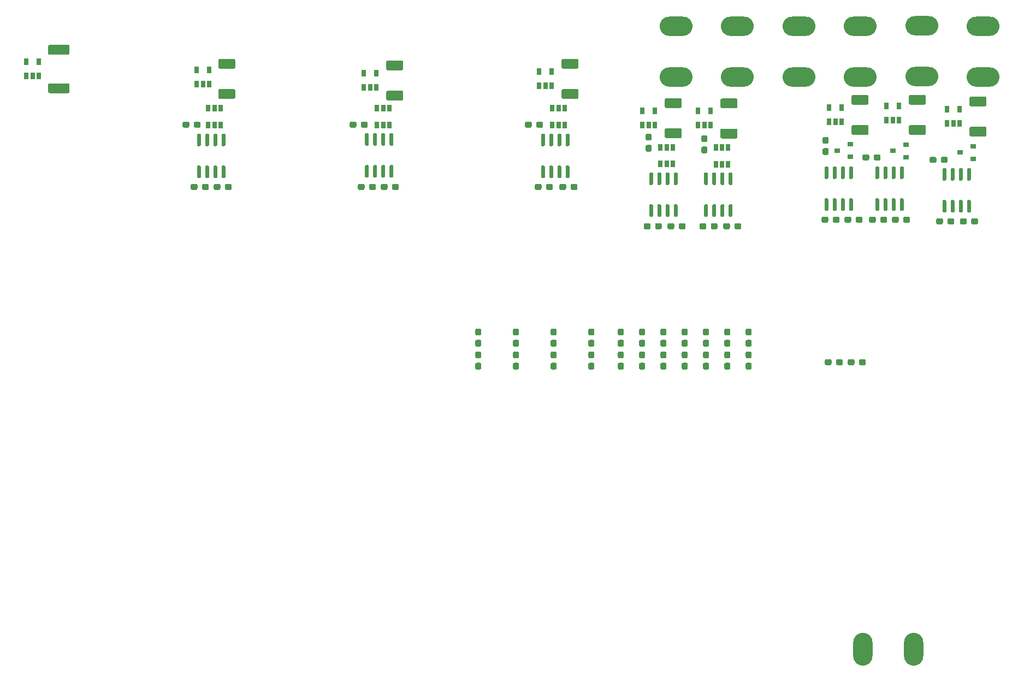
<source format=gbr>
%TF.GenerationSoftware,KiCad,Pcbnew,(5.1.6)-1*%
%TF.CreationDate,2022-03-17T22:35:52-05:00*%
%TF.ProjectId,2022_Rev2,32303232-5f52-4657-9632-2e6b69636164,rev?*%
%TF.SameCoordinates,Original*%
%TF.FileFunction,Paste,Top*%
%TF.FilePolarity,Positive*%
%FSLAX46Y46*%
G04 Gerber Fmt 4.6, Leading zero omitted, Abs format (unit mm)*
G04 Created by KiCad (PCBNEW (5.1.6)-1) date 2022-03-17 22:35:52*
%MOMM*%
%LPD*%
G01*
G04 APERTURE LIST*
%ADD10O,5.100000X3.000000*%
%ADD11R,0.650000X1.060000*%
%ADD12R,0.900000X0.800000*%
%ADD13R,0.700000X1.000000*%
%ADD14O,3.000000X5.100000*%
G04 APERTURE END LIST*
%TO.C,R36*%
G36*
G01*
X231707001Y-50749000D02*
X229556999Y-50749000D01*
G75*
G02*
X229307000Y-50499001I0J249999D01*
G01*
X229307000Y-49473999D01*
G75*
G02*
X229556999Y-49224000I249999J0D01*
G01*
X231707001Y-49224000D01*
G75*
G02*
X231957000Y-49473999I0J-249999D01*
G01*
X231957000Y-50499001D01*
G75*
G02*
X231707001Y-50749000I-249999J0D01*
G01*
G37*
G36*
G01*
X231707001Y-55424000D02*
X229556999Y-55424000D01*
G75*
G02*
X229307000Y-55174001I0J249999D01*
G01*
X229307000Y-54148999D01*
G75*
G02*
X229556999Y-53899000I249999J0D01*
G01*
X231707001Y-53899000D01*
G75*
G02*
X231957000Y-54148999I0J-249999D01*
G01*
X231957000Y-55174001D01*
G75*
G02*
X231707001Y-55424000I-249999J0D01*
G01*
G37*
%TD*%
%TO.C,R35*%
G36*
G01*
X184463001Y-51003000D02*
X182312999Y-51003000D01*
G75*
G02*
X182063000Y-50753001I0J249999D01*
G01*
X182063000Y-49727999D01*
G75*
G02*
X182312999Y-49478000I249999J0D01*
G01*
X184463001Y-49478000D01*
G75*
G02*
X184713000Y-49727999I0J-249999D01*
G01*
X184713000Y-50753001D01*
G75*
G02*
X184463001Y-51003000I-249999J0D01*
G01*
G37*
G36*
G01*
X184463001Y-55678000D02*
X182312999Y-55678000D01*
G75*
G02*
X182063000Y-55428001I0J249999D01*
G01*
X182063000Y-54402999D01*
G75*
G02*
X182312999Y-54153000I249999J0D01*
G01*
X184463001Y-54153000D01*
G75*
G02*
X184713000Y-54402999I0J-249999D01*
G01*
X184713000Y-55428001D01*
G75*
G02*
X184463001Y-55678000I-249999J0D01*
G01*
G37*
%TD*%
%TO.C,R34*%
G36*
G01*
X115248001Y-44907000D02*
X113097999Y-44907000D01*
G75*
G02*
X112848000Y-44657001I0J249999D01*
G01*
X112848000Y-43631999D01*
G75*
G02*
X113097999Y-43382000I249999J0D01*
G01*
X115248001Y-43382000D01*
G75*
G02*
X115498000Y-43631999I0J-249999D01*
G01*
X115498000Y-44657001D01*
G75*
G02*
X115248001Y-44907000I-249999J0D01*
G01*
G37*
G36*
G01*
X115248001Y-49582000D02*
X113097999Y-49582000D01*
G75*
G02*
X112848000Y-49332001I0J249999D01*
G01*
X112848000Y-48306999D01*
G75*
G02*
X113097999Y-48057000I249999J0D01*
G01*
X115248001Y-48057000D01*
G75*
G02*
X115498000Y-48306999I0J-249999D01*
G01*
X115498000Y-49332001D01*
G75*
G02*
X115248001Y-49582000I-249999J0D01*
G01*
G37*
%TD*%
%TO.C,R26*%
G36*
G01*
X193099001Y-51054500D02*
X190948999Y-51054500D01*
G75*
G02*
X190699000Y-50804501I0J249999D01*
G01*
X190699000Y-49779499D01*
G75*
G02*
X190948999Y-49529500I249999J0D01*
G01*
X193099001Y-49529500D01*
G75*
G02*
X193349000Y-49779499I0J-249999D01*
G01*
X193349000Y-50804501D01*
G75*
G02*
X193099001Y-51054500I-249999J0D01*
G01*
G37*
G36*
G01*
X193099001Y-55729500D02*
X190948999Y-55729500D01*
G75*
G02*
X190699000Y-55479501I0J249999D01*
G01*
X190699000Y-54454499D01*
G75*
G02*
X190948999Y-54204500I249999J0D01*
G01*
X193099001Y-54204500D01*
G75*
G02*
X193349000Y-54454499I0J-249999D01*
G01*
X193349000Y-55479501D01*
G75*
G02*
X193099001Y-55729500I-249999J0D01*
G01*
G37*
%TD*%
%TO.C,R23*%
G36*
G01*
X168461001Y-44907000D02*
X166310999Y-44907000D01*
G75*
G02*
X166061000Y-44657001I0J249999D01*
G01*
X166061000Y-43631999D01*
G75*
G02*
X166310999Y-43382000I249999J0D01*
G01*
X168461001Y-43382000D01*
G75*
G02*
X168711000Y-43631999I0J-249999D01*
G01*
X168711000Y-44657001D01*
G75*
G02*
X168461001Y-44907000I-249999J0D01*
G01*
G37*
G36*
G01*
X168461001Y-49582000D02*
X166310999Y-49582000D01*
G75*
G02*
X166061000Y-49332001I0J249999D01*
G01*
X166061000Y-48306999D01*
G75*
G02*
X166310999Y-48057000I249999J0D01*
G01*
X168461001Y-48057000D01*
G75*
G02*
X168711000Y-48306999I0J-249999D01*
G01*
X168711000Y-49332001D01*
G75*
G02*
X168461001Y-49582000I-249999J0D01*
G01*
G37*
%TD*%
%TO.C,R21*%
G36*
G01*
X213419001Y-50495000D02*
X211268999Y-50495000D01*
G75*
G02*
X211019000Y-50245001I0J249999D01*
G01*
X211019000Y-49219999D01*
G75*
G02*
X211268999Y-48970000I249999J0D01*
G01*
X213419001Y-48970000D01*
G75*
G02*
X213669000Y-49219999I0J-249999D01*
G01*
X213669000Y-50245001D01*
G75*
G02*
X213419001Y-50495000I-249999J0D01*
G01*
G37*
G36*
G01*
X213419001Y-55170000D02*
X211268999Y-55170000D01*
G75*
G02*
X211019000Y-54920001I0J249999D01*
G01*
X211019000Y-53894999D01*
G75*
G02*
X211268999Y-53645000I249999J0D01*
G01*
X213419001Y-53645000D01*
G75*
G02*
X213669000Y-53894999I0J-249999D01*
G01*
X213669000Y-54920001D01*
G75*
G02*
X213419001Y-55170000I-249999J0D01*
G01*
G37*
%TD*%
%TO.C,R18*%
G36*
G01*
X222309001Y-50495000D02*
X220158999Y-50495000D01*
G75*
G02*
X219909000Y-50245001I0J249999D01*
G01*
X219909000Y-49219999D01*
G75*
G02*
X220158999Y-48970000I249999J0D01*
G01*
X222309001Y-48970000D01*
G75*
G02*
X222559000Y-49219999I0J-249999D01*
G01*
X222559000Y-50245001D01*
G75*
G02*
X222309001Y-50495000I-249999J0D01*
G01*
G37*
G36*
G01*
X222309001Y-55170000D02*
X220158999Y-55170000D01*
G75*
G02*
X219909000Y-54920001I0J249999D01*
G01*
X219909000Y-53894999D01*
G75*
G02*
X220158999Y-53645000I249999J0D01*
G01*
X222309001Y-53645000D01*
G75*
G02*
X222559000Y-53894999I0J-249999D01*
G01*
X222559000Y-54920001D01*
G75*
G02*
X222309001Y-55170000I-249999J0D01*
G01*
G37*
%TD*%
%TO.C,R16*%
G36*
G01*
X141283001Y-45161000D02*
X139132999Y-45161000D01*
G75*
G02*
X138883000Y-44911001I0J249999D01*
G01*
X138883000Y-43885999D01*
G75*
G02*
X139132999Y-43636000I249999J0D01*
G01*
X141283001Y-43636000D01*
G75*
G02*
X141533000Y-43885999I0J-249999D01*
G01*
X141533000Y-44911001D01*
G75*
G02*
X141283001Y-45161000I-249999J0D01*
G01*
G37*
G36*
G01*
X141283001Y-49836000D02*
X139132999Y-49836000D01*
G75*
G02*
X138883000Y-49586001I0J249999D01*
G01*
X138883000Y-48560999D01*
G75*
G02*
X139132999Y-48311000I249999J0D01*
G01*
X141283001Y-48311000D01*
G75*
G02*
X141533000Y-48560999I0J-249999D01*
G01*
X141533000Y-49586001D01*
G75*
G02*
X141283001Y-49836000I-249999J0D01*
G01*
G37*
%TD*%
%TO.C,R2*%
G36*
G01*
X89563001Y-42733000D02*
X86712999Y-42733000D01*
G75*
G02*
X86463000Y-42483001I0J249999D01*
G01*
X86463000Y-41457999D01*
G75*
G02*
X86712999Y-41208000I249999J0D01*
G01*
X89563001Y-41208000D01*
G75*
G02*
X89813000Y-41457999I0J-249999D01*
G01*
X89813000Y-42483001D01*
G75*
G02*
X89563001Y-42733000I-249999J0D01*
G01*
G37*
G36*
G01*
X89563001Y-48708000D02*
X86712999Y-48708000D01*
G75*
G02*
X86463000Y-48458001I0J249999D01*
G01*
X86463000Y-47432999D01*
G75*
G02*
X86712999Y-47183000I249999J0D01*
G01*
X89563001Y-47183000D01*
G75*
G02*
X89813000Y-47432999I0J-249999D01*
G01*
X89813000Y-48458001D01*
G75*
G02*
X89563001Y-48708000I-249999J0D01*
G01*
G37*
%TD*%
D10*
%TO.C,Conn10*%
X231425000Y-38285000D03*
X231425000Y-46159000D03*
%TD*%
%TO.C,Conn5*%
X212375000Y-38285000D03*
X212375000Y-46159000D03*
%TD*%
%TO.C,Conn7*%
X193325000Y-38285000D03*
X193325000Y-46159000D03*
%TD*%
%TO.C,Conn8*%
X221900000Y-38278000D03*
X221900000Y-46152000D03*
%TD*%
%TO.C,Conn6*%
X183800000Y-38285000D03*
X183800000Y-46159000D03*
%TD*%
%TO.C,Conn11*%
X202850000Y-38285000D03*
X202850000Y-46159000D03*
%TD*%
D11*
%TO.C,U25*%
X225872000Y-51224000D03*
X227772000Y-51224000D03*
X227772000Y-53424000D03*
X226822000Y-53424000D03*
X225872000Y-53424000D03*
%TD*%
%TO.C,U24*%
X178628000Y-51478000D03*
X180528000Y-51478000D03*
X180528000Y-53678000D03*
X179578000Y-53678000D03*
X178628000Y-53678000D03*
%TD*%
%TO.C,U23*%
X109540000Y-45128000D03*
X111440000Y-45128000D03*
X111440000Y-47328000D03*
X110490000Y-47328000D03*
X109540000Y-47328000D03*
%TD*%
%TO.C,U22*%
G36*
G01*
X225575000Y-62254000D02*
X225275000Y-62254000D01*
G75*
G02*
X225125000Y-62104000I0J150000D01*
G01*
X225125000Y-60454000D01*
G75*
G02*
X225275000Y-60304000I150000J0D01*
G01*
X225575000Y-60304000D01*
G75*
G02*
X225725000Y-60454000I0J-150000D01*
G01*
X225725000Y-62104000D01*
G75*
G02*
X225575000Y-62254000I-150000J0D01*
G01*
G37*
G36*
G01*
X226845000Y-62254000D02*
X226545000Y-62254000D01*
G75*
G02*
X226395000Y-62104000I0J150000D01*
G01*
X226395000Y-60454000D01*
G75*
G02*
X226545000Y-60304000I150000J0D01*
G01*
X226845000Y-60304000D01*
G75*
G02*
X226995000Y-60454000I0J-150000D01*
G01*
X226995000Y-62104000D01*
G75*
G02*
X226845000Y-62254000I-150000J0D01*
G01*
G37*
G36*
G01*
X228115000Y-62254000D02*
X227815000Y-62254000D01*
G75*
G02*
X227665000Y-62104000I0J150000D01*
G01*
X227665000Y-60454000D01*
G75*
G02*
X227815000Y-60304000I150000J0D01*
G01*
X228115000Y-60304000D01*
G75*
G02*
X228265000Y-60454000I0J-150000D01*
G01*
X228265000Y-62104000D01*
G75*
G02*
X228115000Y-62254000I-150000J0D01*
G01*
G37*
G36*
G01*
X229385000Y-62254000D02*
X229085000Y-62254000D01*
G75*
G02*
X228935000Y-62104000I0J150000D01*
G01*
X228935000Y-60454000D01*
G75*
G02*
X229085000Y-60304000I150000J0D01*
G01*
X229385000Y-60304000D01*
G75*
G02*
X229535000Y-60454000I0J-150000D01*
G01*
X229535000Y-62104000D01*
G75*
G02*
X229385000Y-62254000I-150000J0D01*
G01*
G37*
G36*
G01*
X229385000Y-67204000D02*
X229085000Y-67204000D01*
G75*
G02*
X228935000Y-67054000I0J150000D01*
G01*
X228935000Y-65404000D01*
G75*
G02*
X229085000Y-65254000I150000J0D01*
G01*
X229385000Y-65254000D01*
G75*
G02*
X229535000Y-65404000I0J-150000D01*
G01*
X229535000Y-67054000D01*
G75*
G02*
X229385000Y-67204000I-150000J0D01*
G01*
G37*
G36*
G01*
X228115000Y-67204000D02*
X227815000Y-67204000D01*
G75*
G02*
X227665000Y-67054000I0J150000D01*
G01*
X227665000Y-65404000D01*
G75*
G02*
X227815000Y-65254000I150000J0D01*
G01*
X228115000Y-65254000D01*
G75*
G02*
X228265000Y-65404000I0J-150000D01*
G01*
X228265000Y-67054000D01*
G75*
G02*
X228115000Y-67204000I-150000J0D01*
G01*
G37*
G36*
G01*
X226845000Y-67204000D02*
X226545000Y-67204000D01*
G75*
G02*
X226395000Y-67054000I0J150000D01*
G01*
X226395000Y-65404000D01*
G75*
G02*
X226545000Y-65254000I150000J0D01*
G01*
X226845000Y-65254000D01*
G75*
G02*
X226995000Y-65404000I0J-150000D01*
G01*
X226995000Y-67054000D01*
G75*
G02*
X226845000Y-67204000I-150000J0D01*
G01*
G37*
G36*
G01*
X225575000Y-67204000D02*
X225275000Y-67204000D01*
G75*
G02*
X225125000Y-67054000I0J150000D01*
G01*
X225125000Y-65404000D01*
G75*
G02*
X225275000Y-65254000I150000J0D01*
G01*
X225575000Y-65254000D01*
G75*
G02*
X225725000Y-65404000I0J-150000D01*
G01*
X225725000Y-67054000D01*
G75*
G02*
X225575000Y-67204000I-150000J0D01*
G01*
G37*
%TD*%
%TO.C,U21*%
G36*
G01*
X180109000Y-62951000D02*
X179809000Y-62951000D01*
G75*
G02*
X179659000Y-62801000I0J150000D01*
G01*
X179659000Y-61151000D01*
G75*
G02*
X179809000Y-61001000I150000J0D01*
G01*
X180109000Y-61001000D01*
G75*
G02*
X180259000Y-61151000I0J-150000D01*
G01*
X180259000Y-62801000D01*
G75*
G02*
X180109000Y-62951000I-150000J0D01*
G01*
G37*
G36*
G01*
X181379000Y-62951000D02*
X181079000Y-62951000D01*
G75*
G02*
X180929000Y-62801000I0J150000D01*
G01*
X180929000Y-61151000D01*
G75*
G02*
X181079000Y-61001000I150000J0D01*
G01*
X181379000Y-61001000D01*
G75*
G02*
X181529000Y-61151000I0J-150000D01*
G01*
X181529000Y-62801000D01*
G75*
G02*
X181379000Y-62951000I-150000J0D01*
G01*
G37*
G36*
G01*
X182649000Y-62951000D02*
X182349000Y-62951000D01*
G75*
G02*
X182199000Y-62801000I0J150000D01*
G01*
X182199000Y-61151000D01*
G75*
G02*
X182349000Y-61001000I150000J0D01*
G01*
X182649000Y-61001000D01*
G75*
G02*
X182799000Y-61151000I0J-150000D01*
G01*
X182799000Y-62801000D01*
G75*
G02*
X182649000Y-62951000I-150000J0D01*
G01*
G37*
G36*
G01*
X183919000Y-62951000D02*
X183619000Y-62951000D01*
G75*
G02*
X183469000Y-62801000I0J150000D01*
G01*
X183469000Y-61151000D01*
G75*
G02*
X183619000Y-61001000I150000J0D01*
G01*
X183919000Y-61001000D01*
G75*
G02*
X184069000Y-61151000I0J-150000D01*
G01*
X184069000Y-62801000D01*
G75*
G02*
X183919000Y-62951000I-150000J0D01*
G01*
G37*
G36*
G01*
X183919000Y-67901000D02*
X183619000Y-67901000D01*
G75*
G02*
X183469000Y-67751000I0J150000D01*
G01*
X183469000Y-66101000D01*
G75*
G02*
X183619000Y-65951000I150000J0D01*
G01*
X183919000Y-65951000D01*
G75*
G02*
X184069000Y-66101000I0J-150000D01*
G01*
X184069000Y-67751000D01*
G75*
G02*
X183919000Y-67901000I-150000J0D01*
G01*
G37*
G36*
G01*
X182649000Y-67901000D02*
X182349000Y-67901000D01*
G75*
G02*
X182199000Y-67751000I0J150000D01*
G01*
X182199000Y-66101000D01*
G75*
G02*
X182349000Y-65951000I150000J0D01*
G01*
X182649000Y-65951000D01*
G75*
G02*
X182799000Y-66101000I0J-150000D01*
G01*
X182799000Y-67751000D01*
G75*
G02*
X182649000Y-67901000I-150000J0D01*
G01*
G37*
G36*
G01*
X181379000Y-67901000D02*
X181079000Y-67901000D01*
G75*
G02*
X180929000Y-67751000I0J150000D01*
G01*
X180929000Y-66101000D01*
G75*
G02*
X181079000Y-65951000I150000J0D01*
G01*
X181379000Y-65951000D01*
G75*
G02*
X181529000Y-66101000I0J-150000D01*
G01*
X181529000Y-67751000D01*
G75*
G02*
X181379000Y-67901000I-150000J0D01*
G01*
G37*
G36*
G01*
X180109000Y-67901000D02*
X179809000Y-67901000D01*
G75*
G02*
X179659000Y-67751000I0J150000D01*
G01*
X179659000Y-66101000D01*
G75*
G02*
X179809000Y-65951000I150000J0D01*
G01*
X180109000Y-65951000D01*
G75*
G02*
X180259000Y-66101000I0J-150000D01*
G01*
X180259000Y-67751000D01*
G75*
G02*
X180109000Y-67901000I-150000J0D01*
G01*
G37*
%TD*%
%TO.C,U20*%
G36*
G01*
X110005000Y-56920000D02*
X109705000Y-56920000D01*
G75*
G02*
X109555000Y-56770000I0J150000D01*
G01*
X109555000Y-55120000D01*
G75*
G02*
X109705000Y-54970000I150000J0D01*
G01*
X110005000Y-54970000D01*
G75*
G02*
X110155000Y-55120000I0J-150000D01*
G01*
X110155000Y-56770000D01*
G75*
G02*
X110005000Y-56920000I-150000J0D01*
G01*
G37*
G36*
G01*
X111275000Y-56920000D02*
X110975000Y-56920000D01*
G75*
G02*
X110825000Y-56770000I0J150000D01*
G01*
X110825000Y-55120000D01*
G75*
G02*
X110975000Y-54970000I150000J0D01*
G01*
X111275000Y-54970000D01*
G75*
G02*
X111425000Y-55120000I0J-150000D01*
G01*
X111425000Y-56770000D01*
G75*
G02*
X111275000Y-56920000I-150000J0D01*
G01*
G37*
G36*
G01*
X112545000Y-56920000D02*
X112245000Y-56920000D01*
G75*
G02*
X112095000Y-56770000I0J150000D01*
G01*
X112095000Y-55120000D01*
G75*
G02*
X112245000Y-54970000I150000J0D01*
G01*
X112545000Y-54970000D01*
G75*
G02*
X112695000Y-55120000I0J-150000D01*
G01*
X112695000Y-56770000D01*
G75*
G02*
X112545000Y-56920000I-150000J0D01*
G01*
G37*
G36*
G01*
X113815000Y-56920000D02*
X113515000Y-56920000D01*
G75*
G02*
X113365000Y-56770000I0J150000D01*
G01*
X113365000Y-55120000D01*
G75*
G02*
X113515000Y-54970000I150000J0D01*
G01*
X113815000Y-54970000D01*
G75*
G02*
X113965000Y-55120000I0J-150000D01*
G01*
X113965000Y-56770000D01*
G75*
G02*
X113815000Y-56920000I-150000J0D01*
G01*
G37*
G36*
G01*
X113815000Y-61870000D02*
X113515000Y-61870000D01*
G75*
G02*
X113365000Y-61720000I0J150000D01*
G01*
X113365000Y-60070000D01*
G75*
G02*
X113515000Y-59920000I150000J0D01*
G01*
X113815000Y-59920000D01*
G75*
G02*
X113965000Y-60070000I0J-150000D01*
G01*
X113965000Y-61720000D01*
G75*
G02*
X113815000Y-61870000I-150000J0D01*
G01*
G37*
G36*
G01*
X112545000Y-61870000D02*
X112245000Y-61870000D01*
G75*
G02*
X112095000Y-61720000I0J150000D01*
G01*
X112095000Y-60070000D01*
G75*
G02*
X112245000Y-59920000I150000J0D01*
G01*
X112545000Y-59920000D01*
G75*
G02*
X112695000Y-60070000I0J-150000D01*
G01*
X112695000Y-61720000D01*
G75*
G02*
X112545000Y-61870000I-150000J0D01*
G01*
G37*
G36*
G01*
X111275000Y-61870000D02*
X110975000Y-61870000D01*
G75*
G02*
X110825000Y-61720000I0J150000D01*
G01*
X110825000Y-60070000D01*
G75*
G02*
X110975000Y-59920000I150000J0D01*
G01*
X111275000Y-59920000D01*
G75*
G02*
X111425000Y-60070000I0J-150000D01*
G01*
X111425000Y-61720000D01*
G75*
G02*
X111275000Y-61870000I-150000J0D01*
G01*
G37*
G36*
G01*
X110005000Y-61870000D02*
X109705000Y-61870000D01*
G75*
G02*
X109555000Y-61720000I0J150000D01*
G01*
X109555000Y-60070000D01*
G75*
G02*
X109705000Y-59920000I150000J0D01*
G01*
X110005000Y-59920000D01*
G75*
G02*
X110155000Y-60070000I0J-150000D01*
G01*
X110155000Y-61720000D01*
G75*
G02*
X110005000Y-61870000I-150000J0D01*
G01*
G37*
%TD*%
%TO.C,U19*%
X187264000Y-51478000D03*
X189164000Y-51478000D03*
X189164000Y-53678000D03*
X188214000Y-53678000D03*
X187264000Y-53678000D03*
%TD*%
%TO.C,U18*%
G36*
G01*
X188618000Y-62951000D02*
X188318000Y-62951000D01*
G75*
G02*
X188168000Y-62801000I0J150000D01*
G01*
X188168000Y-61151000D01*
G75*
G02*
X188318000Y-61001000I150000J0D01*
G01*
X188618000Y-61001000D01*
G75*
G02*
X188768000Y-61151000I0J-150000D01*
G01*
X188768000Y-62801000D01*
G75*
G02*
X188618000Y-62951000I-150000J0D01*
G01*
G37*
G36*
G01*
X189888000Y-62951000D02*
X189588000Y-62951000D01*
G75*
G02*
X189438000Y-62801000I0J150000D01*
G01*
X189438000Y-61151000D01*
G75*
G02*
X189588000Y-61001000I150000J0D01*
G01*
X189888000Y-61001000D01*
G75*
G02*
X190038000Y-61151000I0J-150000D01*
G01*
X190038000Y-62801000D01*
G75*
G02*
X189888000Y-62951000I-150000J0D01*
G01*
G37*
G36*
G01*
X191158000Y-62951000D02*
X190858000Y-62951000D01*
G75*
G02*
X190708000Y-62801000I0J150000D01*
G01*
X190708000Y-61151000D01*
G75*
G02*
X190858000Y-61001000I150000J0D01*
G01*
X191158000Y-61001000D01*
G75*
G02*
X191308000Y-61151000I0J-150000D01*
G01*
X191308000Y-62801000D01*
G75*
G02*
X191158000Y-62951000I-150000J0D01*
G01*
G37*
G36*
G01*
X192428000Y-62951000D02*
X192128000Y-62951000D01*
G75*
G02*
X191978000Y-62801000I0J150000D01*
G01*
X191978000Y-61151000D01*
G75*
G02*
X192128000Y-61001000I150000J0D01*
G01*
X192428000Y-61001000D01*
G75*
G02*
X192578000Y-61151000I0J-150000D01*
G01*
X192578000Y-62801000D01*
G75*
G02*
X192428000Y-62951000I-150000J0D01*
G01*
G37*
G36*
G01*
X192428000Y-67901000D02*
X192128000Y-67901000D01*
G75*
G02*
X191978000Y-67751000I0J150000D01*
G01*
X191978000Y-66101000D01*
G75*
G02*
X192128000Y-65951000I150000J0D01*
G01*
X192428000Y-65951000D01*
G75*
G02*
X192578000Y-66101000I0J-150000D01*
G01*
X192578000Y-67751000D01*
G75*
G02*
X192428000Y-67901000I-150000J0D01*
G01*
G37*
G36*
G01*
X191158000Y-67901000D02*
X190858000Y-67901000D01*
G75*
G02*
X190708000Y-67751000I0J150000D01*
G01*
X190708000Y-66101000D01*
G75*
G02*
X190858000Y-65951000I150000J0D01*
G01*
X191158000Y-65951000D01*
G75*
G02*
X191308000Y-66101000I0J-150000D01*
G01*
X191308000Y-67751000D01*
G75*
G02*
X191158000Y-67901000I-150000J0D01*
G01*
G37*
G36*
G01*
X189888000Y-67901000D02*
X189588000Y-67901000D01*
G75*
G02*
X189438000Y-67751000I0J150000D01*
G01*
X189438000Y-66101000D01*
G75*
G02*
X189588000Y-65951000I150000J0D01*
G01*
X189888000Y-65951000D01*
G75*
G02*
X190038000Y-66101000I0J-150000D01*
G01*
X190038000Y-67751000D01*
G75*
G02*
X189888000Y-67901000I-150000J0D01*
G01*
G37*
G36*
G01*
X188618000Y-67901000D02*
X188318000Y-67901000D01*
G75*
G02*
X188168000Y-67751000I0J150000D01*
G01*
X188168000Y-66101000D01*
G75*
G02*
X188318000Y-65951000I150000J0D01*
G01*
X188618000Y-65951000D01*
G75*
G02*
X188768000Y-66101000I0J-150000D01*
G01*
X188768000Y-67751000D01*
G75*
G02*
X188618000Y-67901000I-150000J0D01*
G01*
G37*
%TD*%
%TO.C,U17*%
G36*
G01*
X163345000Y-56920000D02*
X163045000Y-56920000D01*
G75*
G02*
X162895000Y-56770000I0J150000D01*
G01*
X162895000Y-55120000D01*
G75*
G02*
X163045000Y-54970000I150000J0D01*
G01*
X163345000Y-54970000D01*
G75*
G02*
X163495000Y-55120000I0J-150000D01*
G01*
X163495000Y-56770000D01*
G75*
G02*
X163345000Y-56920000I-150000J0D01*
G01*
G37*
G36*
G01*
X164615000Y-56920000D02*
X164315000Y-56920000D01*
G75*
G02*
X164165000Y-56770000I0J150000D01*
G01*
X164165000Y-55120000D01*
G75*
G02*
X164315000Y-54970000I150000J0D01*
G01*
X164615000Y-54970000D01*
G75*
G02*
X164765000Y-55120000I0J-150000D01*
G01*
X164765000Y-56770000D01*
G75*
G02*
X164615000Y-56920000I-150000J0D01*
G01*
G37*
G36*
G01*
X165885000Y-56920000D02*
X165585000Y-56920000D01*
G75*
G02*
X165435000Y-56770000I0J150000D01*
G01*
X165435000Y-55120000D01*
G75*
G02*
X165585000Y-54970000I150000J0D01*
G01*
X165885000Y-54970000D01*
G75*
G02*
X166035000Y-55120000I0J-150000D01*
G01*
X166035000Y-56770000D01*
G75*
G02*
X165885000Y-56920000I-150000J0D01*
G01*
G37*
G36*
G01*
X167155000Y-56920000D02*
X166855000Y-56920000D01*
G75*
G02*
X166705000Y-56770000I0J150000D01*
G01*
X166705000Y-55120000D01*
G75*
G02*
X166855000Y-54970000I150000J0D01*
G01*
X167155000Y-54970000D01*
G75*
G02*
X167305000Y-55120000I0J-150000D01*
G01*
X167305000Y-56770000D01*
G75*
G02*
X167155000Y-56920000I-150000J0D01*
G01*
G37*
G36*
G01*
X167155000Y-61870000D02*
X166855000Y-61870000D01*
G75*
G02*
X166705000Y-61720000I0J150000D01*
G01*
X166705000Y-60070000D01*
G75*
G02*
X166855000Y-59920000I150000J0D01*
G01*
X167155000Y-59920000D01*
G75*
G02*
X167305000Y-60070000I0J-150000D01*
G01*
X167305000Y-61720000D01*
G75*
G02*
X167155000Y-61870000I-150000J0D01*
G01*
G37*
G36*
G01*
X165885000Y-61870000D02*
X165585000Y-61870000D01*
G75*
G02*
X165435000Y-61720000I0J150000D01*
G01*
X165435000Y-60070000D01*
G75*
G02*
X165585000Y-59920000I150000J0D01*
G01*
X165885000Y-59920000D01*
G75*
G02*
X166035000Y-60070000I0J-150000D01*
G01*
X166035000Y-61720000D01*
G75*
G02*
X165885000Y-61870000I-150000J0D01*
G01*
G37*
G36*
G01*
X164615000Y-61870000D02*
X164315000Y-61870000D01*
G75*
G02*
X164165000Y-61720000I0J150000D01*
G01*
X164165000Y-60070000D01*
G75*
G02*
X164315000Y-59920000I150000J0D01*
G01*
X164615000Y-59920000D01*
G75*
G02*
X164765000Y-60070000I0J-150000D01*
G01*
X164765000Y-61720000D01*
G75*
G02*
X164615000Y-61870000I-150000J0D01*
G01*
G37*
G36*
G01*
X163345000Y-61870000D02*
X163045000Y-61870000D01*
G75*
G02*
X162895000Y-61720000I0J150000D01*
G01*
X162895000Y-60070000D01*
G75*
G02*
X163045000Y-59920000I150000J0D01*
G01*
X163345000Y-59920000D01*
G75*
G02*
X163495000Y-60070000I0J-150000D01*
G01*
X163495000Y-61720000D01*
G75*
G02*
X163345000Y-61870000I-150000J0D01*
G01*
G37*
%TD*%
%TO.C,U16*%
X162626000Y-45382000D03*
X164526000Y-45382000D03*
X164526000Y-47582000D03*
X163576000Y-47582000D03*
X162626000Y-47582000D03*
%TD*%
%TO.C,U15*%
X207584000Y-50970000D03*
X209484000Y-50970000D03*
X209484000Y-53170000D03*
X208534000Y-53170000D03*
X207584000Y-53170000D03*
%TD*%
%TO.C,U13*%
X216474000Y-50716000D03*
X218374000Y-50716000D03*
X218374000Y-52916000D03*
X217424000Y-52916000D03*
X216474000Y-52916000D03*
%TD*%
%TO.C,U12*%
X135448000Y-45636000D03*
X137348000Y-45636000D03*
X137348000Y-47836000D03*
X136398000Y-47836000D03*
X135448000Y-47836000D03*
%TD*%
%TO.C,U11*%
G36*
G01*
X207287000Y-62000000D02*
X206987000Y-62000000D01*
G75*
G02*
X206837000Y-61850000I0J150000D01*
G01*
X206837000Y-60200000D01*
G75*
G02*
X206987000Y-60050000I150000J0D01*
G01*
X207287000Y-60050000D01*
G75*
G02*
X207437000Y-60200000I0J-150000D01*
G01*
X207437000Y-61850000D01*
G75*
G02*
X207287000Y-62000000I-150000J0D01*
G01*
G37*
G36*
G01*
X208557000Y-62000000D02*
X208257000Y-62000000D01*
G75*
G02*
X208107000Y-61850000I0J150000D01*
G01*
X208107000Y-60200000D01*
G75*
G02*
X208257000Y-60050000I150000J0D01*
G01*
X208557000Y-60050000D01*
G75*
G02*
X208707000Y-60200000I0J-150000D01*
G01*
X208707000Y-61850000D01*
G75*
G02*
X208557000Y-62000000I-150000J0D01*
G01*
G37*
G36*
G01*
X209827000Y-62000000D02*
X209527000Y-62000000D01*
G75*
G02*
X209377000Y-61850000I0J150000D01*
G01*
X209377000Y-60200000D01*
G75*
G02*
X209527000Y-60050000I150000J0D01*
G01*
X209827000Y-60050000D01*
G75*
G02*
X209977000Y-60200000I0J-150000D01*
G01*
X209977000Y-61850000D01*
G75*
G02*
X209827000Y-62000000I-150000J0D01*
G01*
G37*
G36*
G01*
X211097000Y-62000000D02*
X210797000Y-62000000D01*
G75*
G02*
X210647000Y-61850000I0J150000D01*
G01*
X210647000Y-60200000D01*
G75*
G02*
X210797000Y-60050000I150000J0D01*
G01*
X211097000Y-60050000D01*
G75*
G02*
X211247000Y-60200000I0J-150000D01*
G01*
X211247000Y-61850000D01*
G75*
G02*
X211097000Y-62000000I-150000J0D01*
G01*
G37*
G36*
G01*
X211097000Y-66950000D02*
X210797000Y-66950000D01*
G75*
G02*
X210647000Y-66800000I0J150000D01*
G01*
X210647000Y-65150000D01*
G75*
G02*
X210797000Y-65000000I150000J0D01*
G01*
X211097000Y-65000000D01*
G75*
G02*
X211247000Y-65150000I0J-150000D01*
G01*
X211247000Y-66800000D01*
G75*
G02*
X211097000Y-66950000I-150000J0D01*
G01*
G37*
G36*
G01*
X209827000Y-66950000D02*
X209527000Y-66950000D01*
G75*
G02*
X209377000Y-66800000I0J150000D01*
G01*
X209377000Y-65150000D01*
G75*
G02*
X209527000Y-65000000I150000J0D01*
G01*
X209827000Y-65000000D01*
G75*
G02*
X209977000Y-65150000I0J-150000D01*
G01*
X209977000Y-66800000D01*
G75*
G02*
X209827000Y-66950000I-150000J0D01*
G01*
G37*
G36*
G01*
X208557000Y-66950000D02*
X208257000Y-66950000D01*
G75*
G02*
X208107000Y-66800000I0J150000D01*
G01*
X208107000Y-65150000D01*
G75*
G02*
X208257000Y-65000000I150000J0D01*
G01*
X208557000Y-65000000D01*
G75*
G02*
X208707000Y-65150000I0J-150000D01*
G01*
X208707000Y-66800000D01*
G75*
G02*
X208557000Y-66950000I-150000J0D01*
G01*
G37*
G36*
G01*
X207287000Y-66950000D02*
X206987000Y-66950000D01*
G75*
G02*
X206837000Y-66800000I0J150000D01*
G01*
X206837000Y-65150000D01*
G75*
G02*
X206987000Y-65000000I150000J0D01*
G01*
X207287000Y-65000000D01*
G75*
G02*
X207437000Y-65150000I0J-150000D01*
G01*
X207437000Y-66800000D01*
G75*
G02*
X207287000Y-66950000I-150000J0D01*
G01*
G37*
%TD*%
%TO.C,U9*%
G36*
G01*
X215161000Y-62000000D02*
X214861000Y-62000000D01*
G75*
G02*
X214711000Y-61850000I0J150000D01*
G01*
X214711000Y-60200000D01*
G75*
G02*
X214861000Y-60050000I150000J0D01*
G01*
X215161000Y-60050000D01*
G75*
G02*
X215311000Y-60200000I0J-150000D01*
G01*
X215311000Y-61850000D01*
G75*
G02*
X215161000Y-62000000I-150000J0D01*
G01*
G37*
G36*
G01*
X216431000Y-62000000D02*
X216131000Y-62000000D01*
G75*
G02*
X215981000Y-61850000I0J150000D01*
G01*
X215981000Y-60200000D01*
G75*
G02*
X216131000Y-60050000I150000J0D01*
G01*
X216431000Y-60050000D01*
G75*
G02*
X216581000Y-60200000I0J-150000D01*
G01*
X216581000Y-61850000D01*
G75*
G02*
X216431000Y-62000000I-150000J0D01*
G01*
G37*
G36*
G01*
X217701000Y-62000000D02*
X217401000Y-62000000D01*
G75*
G02*
X217251000Y-61850000I0J150000D01*
G01*
X217251000Y-60200000D01*
G75*
G02*
X217401000Y-60050000I150000J0D01*
G01*
X217701000Y-60050000D01*
G75*
G02*
X217851000Y-60200000I0J-150000D01*
G01*
X217851000Y-61850000D01*
G75*
G02*
X217701000Y-62000000I-150000J0D01*
G01*
G37*
G36*
G01*
X218971000Y-62000000D02*
X218671000Y-62000000D01*
G75*
G02*
X218521000Y-61850000I0J150000D01*
G01*
X218521000Y-60200000D01*
G75*
G02*
X218671000Y-60050000I150000J0D01*
G01*
X218971000Y-60050000D01*
G75*
G02*
X219121000Y-60200000I0J-150000D01*
G01*
X219121000Y-61850000D01*
G75*
G02*
X218971000Y-62000000I-150000J0D01*
G01*
G37*
G36*
G01*
X218971000Y-66950000D02*
X218671000Y-66950000D01*
G75*
G02*
X218521000Y-66800000I0J150000D01*
G01*
X218521000Y-65150000D01*
G75*
G02*
X218671000Y-65000000I150000J0D01*
G01*
X218971000Y-65000000D01*
G75*
G02*
X219121000Y-65150000I0J-150000D01*
G01*
X219121000Y-66800000D01*
G75*
G02*
X218971000Y-66950000I-150000J0D01*
G01*
G37*
G36*
G01*
X217701000Y-66950000D02*
X217401000Y-66950000D01*
G75*
G02*
X217251000Y-66800000I0J150000D01*
G01*
X217251000Y-65150000D01*
G75*
G02*
X217401000Y-65000000I150000J0D01*
G01*
X217701000Y-65000000D01*
G75*
G02*
X217851000Y-65150000I0J-150000D01*
G01*
X217851000Y-66800000D01*
G75*
G02*
X217701000Y-66950000I-150000J0D01*
G01*
G37*
G36*
G01*
X216431000Y-66950000D02*
X216131000Y-66950000D01*
G75*
G02*
X215981000Y-66800000I0J150000D01*
G01*
X215981000Y-65150000D01*
G75*
G02*
X216131000Y-65000000I150000J0D01*
G01*
X216431000Y-65000000D01*
G75*
G02*
X216581000Y-65150000I0J-150000D01*
G01*
X216581000Y-66800000D01*
G75*
G02*
X216431000Y-66950000I-150000J0D01*
G01*
G37*
G36*
G01*
X215161000Y-66950000D02*
X214861000Y-66950000D01*
G75*
G02*
X214711000Y-66800000I0J150000D01*
G01*
X214711000Y-65150000D01*
G75*
G02*
X214861000Y-65000000I150000J0D01*
G01*
X215161000Y-65000000D01*
G75*
G02*
X215311000Y-65150000I0J-150000D01*
G01*
X215311000Y-66800000D01*
G75*
G02*
X215161000Y-66950000I-150000J0D01*
G01*
G37*
%TD*%
%TO.C,U8*%
G36*
G01*
X136040000Y-56855000D02*
X135740000Y-56855000D01*
G75*
G02*
X135590000Y-56705000I0J150000D01*
G01*
X135590000Y-55055000D01*
G75*
G02*
X135740000Y-54905000I150000J0D01*
G01*
X136040000Y-54905000D01*
G75*
G02*
X136190000Y-55055000I0J-150000D01*
G01*
X136190000Y-56705000D01*
G75*
G02*
X136040000Y-56855000I-150000J0D01*
G01*
G37*
G36*
G01*
X137310000Y-56855000D02*
X137010000Y-56855000D01*
G75*
G02*
X136860000Y-56705000I0J150000D01*
G01*
X136860000Y-55055000D01*
G75*
G02*
X137010000Y-54905000I150000J0D01*
G01*
X137310000Y-54905000D01*
G75*
G02*
X137460000Y-55055000I0J-150000D01*
G01*
X137460000Y-56705000D01*
G75*
G02*
X137310000Y-56855000I-150000J0D01*
G01*
G37*
G36*
G01*
X138580000Y-56855000D02*
X138280000Y-56855000D01*
G75*
G02*
X138130000Y-56705000I0J150000D01*
G01*
X138130000Y-55055000D01*
G75*
G02*
X138280000Y-54905000I150000J0D01*
G01*
X138580000Y-54905000D01*
G75*
G02*
X138730000Y-55055000I0J-150000D01*
G01*
X138730000Y-56705000D01*
G75*
G02*
X138580000Y-56855000I-150000J0D01*
G01*
G37*
G36*
G01*
X139850000Y-56855000D02*
X139550000Y-56855000D01*
G75*
G02*
X139400000Y-56705000I0J150000D01*
G01*
X139400000Y-55055000D01*
G75*
G02*
X139550000Y-54905000I150000J0D01*
G01*
X139850000Y-54905000D01*
G75*
G02*
X140000000Y-55055000I0J-150000D01*
G01*
X140000000Y-56705000D01*
G75*
G02*
X139850000Y-56855000I-150000J0D01*
G01*
G37*
G36*
G01*
X139850000Y-61805000D02*
X139550000Y-61805000D01*
G75*
G02*
X139400000Y-61655000I0J150000D01*
G01*
X139400000Y-60005000D01*
G75*
G02*
X139550000Y-59855000I150000J0D01*
G01*
X139850000Y-59855000D01*
G75*
G02*
X140000000Y-60005000I0J-150000D01*
G01*
X140000000Y-61655000D01*
G75*
G02*
X139850000Y-61805000I-150000J0D01*
G01*
G37*
G36*
G01*
X138580000Y-61805000D02*
X138280000Y-61805000D01*
G75*
G02*
X138130000Y-61655000I0J150000D01*
G01*
X138130000Y-60005000D01*
G75*
G02*
X138280000Y-59855000I150000J0D01*
G01*
X138580000Y-59855000D01*
G75*
G02*
X138730000Y-60005000I0J-150000D01*
G01*
X138730000Y-61655000D01*
G75*
G02*
X138580000Y-61805000I-150000J0D01*
G01*
G37*
G36*
G01*
X137310000Y-61805000D02*
X137010000Y-61805000D01*
G75*
G02*
X136860000Y-61655000I0J150000D01*
G01*
X136860000Y-60005000D01*
G75*
G02*
X137010000Y-59855000I150000J0D01*
G01*
X137310000Y-59855000D01*
G75*
G02*
X137460000Y-60005000I0J-150000D01*
G01*
X137460000Y-61655000D01*
G75*
G02*
X137310000Y-61805000I-150000J0D01*
G01*
G37*
G36*
G01*
X136040000Y-61805000D02*
X135740000Y-61805000D01*
G75*
G02*
X135590000Y-61655000I0J150000D01*
G01*
X135590000Y-60005000D01*
G75*
G02*
X135740000Y-59855000I150000J0D01*
G01*
X136040000Y-59855000D01*
G75*
G02*
X136190000Y-60005000I0J-150000D01*
G01*
X136190000Y-61655000D01*
G75*
G02*
X136040000Y-61805000I-150000J0D01*
G01*
G37*
%TD*%
%TO.C,U2*%
X83124000Y-43858000D03*
X85024000Y-43858000D03*
X85024000Y-46058000D03*
X84074000Y-46058000D03*
X83124000Y-46058000D03*
%TD*%
%TO.C,R33*%
G36*
G01*
X191532500Y-90520000D02*
X192007500Y-90520000D01*
G75*
G02*
X192245000Y-90757500I0J-237500D01*
G01*
X192245000Y-91332500D01*
G75*
G02*
X192007500Y-91570000I-237500J0D01*
G01*
X191532500Y-91570000D01*
G75*
G02*
X191295000Y-91332500I0J237500D01*
G01*
X191295000Y-90757500D01*
G75*
G02*
X191532500Y-90520000I237500J0D01*
G01*
G37*
G36*
G01*
X191532500Y-88770000D02*
X192007500Y-88770000D01*
G75*
G02*
X192245000Y-89007500I0J-237500D01*
G01*
X192245000Y-89582500D01*
G75*
G02*
X192007500Y-89820000I-237500J0D01*
G01*
X191532500Y-89820000D01*
G75*
G02*
X191295000Y-89582500I0J237500D01*
G01*
X191295000Y-89007500D01*
G75*
G02*
X191532500Y-88770000I237500J0D01*
G01*
G37*
%TD*%
%TO.C,R32*%
G36*
G01*
X175022500Y-90520000D02*
X175497500Y-90520000D01*
G75*
G02*
X175735000Y-90757500I0J-237500D01*
G01*
X175735000Y-91332500D01*
G75*
G02*
X175497500Y-91570000I-237500J0D01*
G01*
X175022500Y-91570000D01*
G75*
G02*
X174785000Y-91332500I0J237500D01*
G01*
X174785000Y-90757500D01*
G75*
G02*
X175022500Y-90520000I237500J0D01*
G01*
G37*
G36*
G01*
X175022500Y-88770000D02*
X175497500Y-88770000D01*
G75*
G02*
X175735000Y-89007500I0J-237500D01*
G01*
X175735000Y-89582500D01*
G75*
G02*
X175497500Y-89820000I-237500J0D01*
G01*
X175022500Y-89820000D01*
G75*
G02*
X174785000Y-89582500I0J237500D01*
G01*
X174785000Y-89007500D01*
G75*
G02*
X175022500Y-88770000I237500J0D01*
G01*
G37*
%TD*%
%TO.C,R31*%
G36*
G01*
X158766500Y-90520000D02*
X159241500Y-90520000D01*
G75*
G02*
X159479000Y-90757500I0J-237500D01*
G01*
X159479000Y-91332500D01*
G75*
G02*
X159241500Y-91570000I-237500J0D01*
G01*
X158766500Y-91570000D01*
G75*
G02*
X158529000Y-91332500I0J237500D01*
G01*
X158529000Y-90757500D01*
G75*
G02*
X158766500Y-90520000I237500J0D01*
G01*
G37*
G36*
G01*
X158766500Y-88770000D02*
X159241500Y-88770000D01*
G75*
G02*
X159479000Y-89007500I0J-237500D01*
G01*
X159479000Y-89582500D01*
G75*
G02*
X159241500Y-89820000I-237500J0D01*
G01*
X158766500Y-89820000D01*
G75*
G02*
X158529000Y-89582500I0J237500D01*
G01*
X158529000Y-89007500D01*
G75*
G02*
X158766500Y-88770000I237500J0D01*
G01*
G37*
%TD*%
%TO.C,R30*%
G36*
G01*
X228885000Y-68342500D02*
X228885000Y-68817500D01*
G75*
G02*
X228647500Y-69055000I-237500J0D01*
G01*
X228072500Y-69055000D01*
G75*
G02*
X227835000Y-68817500I0J237500D01*
G01*
X227835000Y-68342500D01*
G75*
G02*
X228072500Y-68105000I237500J0D01*
G01*
X228647500Y-68105000D01*
G75*
G02*
X228885000Y-68342500I0J-237500D01*
G01*
G37*
G36*
G01*
X230635000Y-68342500D02*
X230635000Y-68817500D01*
G75*
G02*
X230397500Y-69055000I-237500J0D01*
G01*
X229822500Y-69055000D01*
G75*
G02*
X229585000Y-68817500I0J237500D01*
G01*
X229585000Y-68342500D01*
G75*
G02*
X229822500Y-68105000I237500J0D01*
G01*
X230397500Y-68105000D01*
G75*
G02*
X230635000Y-68342500I0J-237500D01*
G01*
G37*
%TD*%
%TO.C,R29*%
G36*
G01*
X183546000Y-69104500D02*
X183546000Y-69579500D01*
G75*
G02*
X183308500Y-69817000I-237500J0D01*
G01*
X182733500Y-69817000D01*
G75*
G02*
X182496000Y-69579500I0J237500D01*
G01*
X182496000Y-69104500D01*
G75*
G02*
X182733500Y-68867000I237500J0D01*
G01*
X183308500Y-68867000D01*
G75*
G02*
X183546000Y-69104500I0J-237500D01*
G01*
G37*
G36*
G01*
X185296000Y-69104500D02*
X185296000Y-69579500D01*
G75*
G02*
X185058500Y-69817000I-237500J0D01*
G01*
X184483500Y-69817000D01*
G75*
G02*
X184246000Y-69579500I0J237500D01*
G01*
X184246000Y-69104500D01*
G75*
G02*
X184483500Y-68867000I237500J0D01*
G01*
X185058500Y-68867000D01*
G75*
G02*
X185296000Y-69104500I0J-237500D01*
G01*
G37*
%TD*%
%TO.C,R28*%
G36*
G01*
X113188000Y-63008500D02*
X113188000Y-63483500D01*
G75*
G02*
X112950500Y-63721000I-237500J0D01*
G01*
X112375500Y-63721000D01*
G75*
G02*
X112138000Y-63483500I0J237500D01*
G01*
X112138000Y-63008500D01*
G75*
G02*
X112375500Y-62771000I237500J0D01*
G01*
X112950500Y-62771000D01*
G75*
G02*
X113188000Y-63008500I0J-237500D01*
G01*
G37*
G36*
G01*
X114938000Y-63008500D02*
X114938000Y-63483500D01*
G75*
G02*
X114700500Y-63721000I-237500J0D01*
G01*
X114125500Y-63721000D01*
G75*
G02*
X113888000Y-63483500I0J237500D01*
G01*
X113888000Y-63008500D01*
G75*
G02*
X114125500Y-62771000I237500J0D01*
G01*
X114700500Y-62771000D01*
G75*
G02*
X114938000Y-63008500I0J-237500D01*
G01*
G37*
%TD*%
%TO.C,R27*%
G36*
G01*
X192182000Y-69104500D02*
X192182000Y-69579500D01*
G75*
G02*
X191944500Y-69817000I-237500J0D01*
G01*
X191369500Y-69817000D01*
G75*
G02*
X191132000Y-69579500I0J237500D01*
G01*
X191132000Y-69104500D01*
G75*
G02*
X191369500Y-68867000I237500J0D01*
G01*
X191944500Y-68867000D01*
G75*
G02*
X192182000Y-69104500I0J-237500D01*
G01*
G37*
G36*
G01*
X193932000Y-69104500D02*
X193932000Y-69579500D01*
G75*
G02*
X193694500Y-69817000I-237500J0D01*
G01*
X193119500Y-69817000D01*
G75*
G02*
X192882000Y-69579500I0J237500D01*
G01*
X192882000Y-69104500D01*
G75*
G02*
X193119500Y-68867000I237500J0D01*
G01*
X193694500Y-68867000D01*
G75*
G02*
X193932000Y-69104500I0J-237500D01*
G01*
G37*
%TD*%
%TO.C,R25*%
G36*
G01*
X170450500Y-90520000D02*
X170925500Y-90520000D01*
G75*
G02*
X171163000Y-90757500I0J-237500D01*
G01*
X171163000Y-91332500D01*
G75*
G02*
X170925500Y-91570000I-237500J0D01*
G01*
X170450500Y-91570000D01*
G75*
G02*
X170213000Y-91332500I0J237500D01*
G01*
X170213000Y-90757500D01*
G75*
G02*
X170450500Y-90520000I237500J0D01*
G01*
G37*
G36*
G01*
X170450500Y-88770000D02*
X170925500Y-88770000D01*
G75*
G02*
X171163000Y-89007500I0J-237500D01*
G01*
X171163000Y-89582500D01*
G75*
G02*
X170925500Y-89820000I-237500J0D01*
G01*
X170450500Y-89820000D01*
G75*
G02*
X170213000Y-89582500I0J237500D01*
G01*
X170213000Y-89007500D01*
G75*
G02*
X170450500Y-88770000I237500J0D01*
G01*
G37*
%TD*%
%TO.C,R24*%
G36*
G01*
X178324500Y-90520000D02*
X178799500Y-90520000D01*
G75*
G02*
X179037000Y-90757500I0J-237500D01*
G01*
X179037000Y-91332500D01*
G75*
G02*
X178799500Y-91570000I-237500J0D01*
G01*
X178324500Y-91570000D01*
G75*
G02*
X178087000Y-91332500I0J237500D01*
G01*
X178087000Y-90757500D01*
G75*
G02*
X178324500Y-90520000I237500J0D01*
G01*
G37*
G36*
G01*
X178324500Y-88770000D02*
X178799500Y-88770000D01*
G75*
G02*
X179037000Y-89007500I0J-237500D01*
G01*
X179037000Y-89582500D01*
G75*
G02*
X178799500Y-89820000I-237500J0D01*
G01*
X178324500Y-89820000D01*
G75*
G02*
X178087000Y-89582500I0J237500D01*
G01*
X178087000Y-89007500D01*
G75*
G02*
X178324500Y-88770000I237500J0D01*
G01*
G37*
%TD*%
%TO.C,R22*%
G36*
G01*
X166782000Y-63008500D02*
X166782000Y-63483500D01*
G75*
G02*
X166544500Y-63721000I-237500J0D01*
G01*
X165969500Y-63721000D01*
G75*
G02*
X165732000Y-63483500I0J237500D01*
G01*
X165732000Y-63008500D01*
G75*
G02*
X165969500Y-62771000I237500J0D01*
G01*
X166544500Y-62771000D01*
G75*
G02*
X166782000Y-63008500I0J-237500D01*
G01*
G37*
G36*
G01*
X168532000Y-63008500D02*
X168532000Y-63483500D01*
G75*
G02*
X168294500Y-63721000I-237500J0D01*
G01*
X167719500Y-63721000D01*
G75*
G02*
X167482000Y-63483500I0J237500D01*
G01*
X167482000Y-63008500D01*
G75*
G02*
X167719500Y-62771000I237500J0D01*
G01*
X168294500Y-62771000D01*
G75*
G02*
X168532000Y-63008500I0J-237500D01*
G01*
G37*
%TD*%
%TO.C,R19*%
G36*
G01*
X184928500Y-90520000D02*
X185403500Y-90520000D01*
G75*
G02*
X185641000Y-90757500I0J-237500D01*
G01*
X185641000Y-91332500D01*
G75*
G02*
X185403500Y-91570000I-237500J0D01*
G01*
X184928500Y-91570000D01*
G75*
G02*
X184691000Y-91332500I0J237500D01*
G01*
X184691000Y-90757500D01*
G75*
G02*
X184928500Y-90520000I237500J0D01*
G01*
G37*
G36*
G01*
X184928500Y-88770000D02*
X185403500Y-88770000D01*
G75*
G02*
X185641000Y-89007500I0J-237500D01*
G01*
X185641000Y-89582500D01*
G75*
G02*
X185403500Y-89820000I-237500J0D01*
G01*
X184928500Y-89820000D01*
G75*
G02*
X184691000Y-89582500I0J237500D01*
G01*
X184691000Y-89007500D01*
G75*
G02*
X184928500Y-88770000I237500J0D01*
G01*
G37*
%TD*%
%TO.C,R17*%
G36*
G01*
X181626500Y-90520000D02*
X182101500Y-90520000D01*
G75*
G02*
X182339000Y-90757500I0J-237500D01*
G01*
X182339000Y-91332500D01*
G75*
G02*
X182101500Y-91570000I-237500J0D01*
G01*
X181626500Y-91570000D01*
G75*
G02*
X181389000Y-91332500I0J237500D01*
G01*
X181389000Y-90757500D01*
G75*
G02*
X181626500Y-90520000I237500J0D01*
G01*
G37*
G36*
G01*
X181626500Y-88770000D02*
X182101500Y-88770000D01*
G75*
G02*
X182339000Y-89007500I0J-237500D01*
G01*
X182339000Y-89582500D01*
G75*
G02*
X182101500Y-89820000I-237500J0D01*
G01*
X181626500Y-89820000D01*
G75*
G02*
X181389000Y-89582500I0J237500D01*
G01*
X181389000Y-89007500D01*
G75*
G02*
X181626500Y-88770000I237500J0D01*
G01*
G37*
%TD*%
%TO.C,R15*%
G36*
G01*
X188230500Y-90520000D02*
X188705500Y-90520000D01*
G75*
G02*
X188943000Y-90757500I0J-237500D01*
G01*
X188943000Y-91332500D01*
G75*
G02*
X188705500Y-91570000I-237500J0D01*
G01*
X188230500Y-91570000D01*
G75*
G02*
X187993000Y-91332500I0J237500D01*
G01*
X187993000Y-90757500D01*
G75*
G02*
X188230500Y-90520000I237500J0D01*
G01*
G37*
G36*
G01*
X188230500Y-88770000D02*
X188705500Y-88770000D01*
G75*
G02*
X188943000Y-89007500I0J-237500D01*
G01*
X188943000Y-89582500D01*
G75*
G02*
X188705500Y-89820000I-237500J0D01*
G01*
X188230500Y-89820000D01*
G75*
G02*
X187993000Y-89582500I0J237500D01*
G01*
X187993000Y-89007500D01*
G75*
G02*
X188230500Y-88770000I237500J0D01*
G01*
G37*
%TD*%
%TO.C,R14*%
G36*
G01*
X164608500Y-90520000D02*
X165083500Y-90520000D01*
G75*
G02*
X165321000Y-90757500I0J-237500D01*
G01*
X165321000Y-91332500D01*
G75*
G02*
X165083500Y-91570000I-237500J0D01*
G01*
X164608500Y-91570000D01*
G75*
G02*
X164371000Y-91332500I0J237500D01*
G01*
X164371000Y-90757500D01*
G75*
G02*
X164608500Y-90520000I237500J0D01*
G01*
G37*
G36*
G01*
X164608500Y-88770000D02*
X165083500Y-88770000D01*
G75*
G02*
X165321000Y-89007500I0J-237500D01*
G01*
X165321000Y-89582500D01*
G75*
G02*
X165083500Y-89820000I-237500J0D01*
G01*
X164608500Y-89820000D01*
G75*
G02*
X164371000Y-89582500I0J237500D01*
G01*
X164371000Y-89007500D01*
G75*
G02*
X164608500Y-88770000I237500J0D01*
G01*
G37*
%TD*%
%TO.C,R13*%
G36*
G01*
X210978000Y-68088500D02*
X210978000Y-68563500D01*
G75*
G02*
X210740500Y-68801000I-237500J0D01*
G01*
X210165500Y-68801000D01*
G75*
G02*
X209928000Y-68563500I0J237500D01*
G01*
X209928000Y-68088500D01*
G75*
G02*
X210165500Y-67851000I237500J0D01*
G01*
X210740500Y-67851000D01*
G75*
G02*
X210978000Y-68088500I0J-237500D01*
G01*
G37*
G36*
G01*
X212728000Y-68088500D02*
X212728000Y-68563500D01*
G75*
G02*
X212490500Y-68801000I-237500J0D01*
G01*
X211915500Y-68801000D01*
G75*
G02*
X211678000Y-68563500I0J237500D01*
G01*
X211678000Y-68088500D01*
G75*
G02*
X211915500Y-67851000I237500J0D01*
G01*
X212490500Y-67851000D01*
G75*
G02*
X212728000Y-68088500I0J-237500D01*
G01*
G37*
%TD*%
%TO.C,R11*%
G36*
G01*
X218344000Y-68088500D02*
X218344000Y-68563500D01*
G75*
G02*
X218106500Y-68801000I-237500J0D01*
G01*
X217531500Y-68801000D01*
G75*
G02*
X217294000Y-68563500I0J237500D01*
G01*
X217294000Y-68088500D01*
G75*
G02*
X217531500Y-67851000I237500J0D01*
G01*
X218106500Y-67851000D01*
G75*
G02*
X218344000Y-68088500I0J-237500D01*
G01*
G37*
G36*
G01*
X220094000Y-68088500D02*
X220094000Y-68563500D01*
G75*
G02*
X219856500Y-68801000I-237500J0D01*
G01*
X219281500Y-68801000D01*
G75*
G02*
X219044000Y-68563500I0J237500D01*
G01*
X219044000Y-68088500D01*
G75*
G02*
X219281500Y-67851000I237500J0D01*
G01*
X219856500Y-67851000D01*
G75*
G02*
X220094000Y-68088500I0J-237500D01*
G01*
G37*
%TD*%
%TO.C,R10*%
G36*
G01*
X139096000Y-63008500D02*
X139096000Y-63483500D01*
G75*
G02*
X138858500Y-63721000I-237500J0D01*
G01*
X138283500Y-63721000D01*
G75*
G02*
X138046000Y-63483500I0J237500D01*
G01*
X138046000Y-63008500D01*
G75*
G02*
X138283500Y-62771000I237500J0D01*
G01*
X138858500Y-62771000D01*
G75*
G02*
X139096000Y-63008500I0J-237500D01*
G01*
G37*
G36*
G01*
X140846000Y-63008500D02*
X140846000Y-63483500D01*
G75*
G02*
X140608500Y-63721000I-237500J0D01*
G01*
X140033500Y-63721000D01*
G75*
G02*
X139796000Y-63483500I0J237500D01*
G01*
X139796000Y-63008500D01*
G75*
G02*
X140033500Y-62771000I237500J0D01*
G01*
X140608500Y-62771000D01*
G75*
G02*
X140846000Y-63008500I0J-237500D01*
G01*
G37*
%TD*%
%TO.C,R3*%
G36*
G01*
X152924500Y-90520000D02*
X153399500Y-90520000D01*
G75*
G02*
X153637000Y-90757500I0J-237500D01*
G01*
X153637000Y-91332500D01*
G75*
G02*
X153399500Y-91570000I-237500J0D01*
G01*
X152924500Y-91570000D01*
G75*
G02*
X152687000Y-91332500I0J237500D01*
G01*
X152687000Y-90757500D01*
G75*
G02*
X152924500Y-90520000I237500J0D01*
G01*
G37*
G36*
G01*
X152924500Y-88770000D02*
X153399500Y-88770000D01*
G75*
G02*
X153637000Y-89007500I0J-237500D01*
G01*
X153637000Y-89582500D01*
G75*
G02*
X153399500Y-89820000I-237500J0D01*
G01*
X152924500Y-89820000D01*
G75*
G02*
X152687000Y-89582500I0J237500D01*
G01*
X152687000Y-89007500D01*
G75*
G02*
X152924500Y-88770000I237500J0D01*
G01*
G37*
%TD*%
%TO.C,R1*%
G36*
G01*
X194834500Y-90520000D02*
X195309500Y-90520000D01*
G75*
G02*
X195547000Y-90757500I0J-237500D01*
G01*
X195547000Y-91332500D01*
G75*
G02*
X195309500Y-91570000I-237500J0D01*
G01*
X194834500Y-91570000D01*
G75*
G02*
X194597000Y-91332500I0J237500D01*
G01*
X194597000Y-90757500D01*
G75*
G02*
X194834500Y-90520000I237500J0D01*
G01*
G37*
G36*
G01*
X194834500Y-88770000D02*
X195309500Y-88770000D01*
G75*
G02*
X195547000Y-89007500I0J-237500D01*
G01*
X195547000Y-89582500D01*
G75*
G02*
X195309500Y-89820000I-237500J0D01*
G01*
X194834500Y-89820000D01*
G75*
G02*
X194597000Y-89582500I0J237500D01*
G01*
X194597000Y-89007500D01*
G75*
G02*
X194834500Y-88770000I237500J0D01*
G01*
G37*
%TD*%
D12*
%TO.C,Q8*%
X227854000Y-57912000D03*
X229854000Y-56962000D03*
X229854000Y-58862000D03*
%TD*%
D13*
%TO.C,Q7*%
X182372000Y-57090000D03*
X181422000Y-57090000D03*
X183322000Y-57090000D03*
X183322000Y-59690000D03*
X182372000Y-59690000D03*
X181422000Y-59690000D03*
%TD*%
%TO.C,Q6*%
X112268000Y-51024000D03*
X111318000Y-51024000D03*
X113218000Y-51024000D03*
X113218000Y-53624000D03*
X112268000Y-53624000D03*
X111318000Y-53624000D03*
%TD*%
%TO.C,Q5*%
X190942000Y-57120000D03*
X189992000Y-57120000D03*
X191892000Y-57120000D03*
X191892000Y-59720000D03*
X190942000Y-59720000D03*
X189992000Y-59720000D03*
%TD*%
%TO.C,Q4*%
X165608000Y-51024000D03*
X164658000Y-51024000D03*
X166558000Y-51024000D03*
X166558000Y-53624000D03*
X165608000Y-53624000D03*
X164658000Y-53624000D03*
%TD*%
D12*
%TO.C,Q3*%
X208804000Y-57592000D03*
X210804000Y-56642000D03*
X210804000Y-58542000D03*
%TD*%
D13*
%TO.C,Q2*%
X138430000Y-51024000D03*
X137480000Y-51024000D03*
X139380000Y-51024000D03*
X139380000Y-53624000D03*
X138430000Y-53624000D03*
X137480000Y-53624000D03*
%TD*%
D12*
%TO.C,Q1*%
X217440000Y-57658000D03*
X219440000Y-56708000D03*
X219440000Y-58608000D03*
%TD*%
%TO.C,D14*%
G36*
G01*
X191532500Y-86964000D02*
X192007500Y-86964000D01*
G75*
G02*
X192245000Y-87201500I0J-237500D01*
G01*
X192245000Y-87776500D01*
G75*
G02*
X192007500Y-88014000I-237500J0D01*
G01*
X191532500Y-88014000D01*
G75*
G02*
X191295000Y-87776500I0J237500D01*
G01*
X191295000Y-87201500D01*
G75*
G02*
X191532500Y-86964000I237500J0D01*
G01*
G37*
G36*
G01*
X191532500Y-85214000D02*
X192007500Y-85214000D01*
G75*
G02*
X192245000Y-85451500I0J-237500D01*
G01*
X192245000Y-86026500D01*
G75*
G02*
X192007500Y-86264000I-237500J0D01*
G01*
X191532500Y-86264000D01*
G75*
G02*
X191295000Y-86026500I0J237500D01*
G01*
X191295000Y-85451500D01*
G75*
G02*
X191532500Y-85214000I237500J0D01*
G01*
G37*
%TD*%
%TO.C,D13*%
G36*
G01*
X175022500Y-86964000D02*
X175497500Y-86964000D01*
G75*
G02*
X175735000Y-87201500I0J-237500D01*
G01*
X175735000Y-87776500D01*
G75*
G02*
X175497500Y-88014000I-237500J0D01*
G01*
X175022500Y-88014000D01*
G75*
G02*
X174785000Y-87776500I0J237500D01*
G01*
X174785000Y-87201500D01*
G75*
G02*
X175022500Y-86964000I237500J0D01*
G01*
G37*
G36*
G01*
X175022500Y-85214000D02*
X175497500Y-85214000D01*
G75*
G02*
X175735000Y-85451500I0J-237500D01*
G01*
X175735000Y-86026500D01*
G75*
G02*
X175497500Y-86264000I-237500J0D01*
G01*
X175022500Y-86264000D01*
G75*
G02*
X174785000Y-86026500I0J237500D01*
G01*
X174785000Y-85451500D01*
G75*
G02*
X175022500Y-85214000I237500J0D01*
G01*
G37*
%TD*%
%TO.C,D12*%
G36*
G01*
X158766500Y-86964000D02*
X159241500Y-86964000D01*
G75*
G02*
X159479000Y-87201500I0J-237500D01*
G01*
X159479000Y-87776500D01*
G75*
G02*
X159241500Y-88014000I-237500J0D01*
G01*
X158766500Y-88014000D01*
G75*
G02*
X158529000Y-87776500I0J237500D01*
G01*
X158529000Y-87201500D01*
G75*
G02*
X158766500Y-86964000I237500J0D01*
G01*
G37*
G36*
G01*
X158766500Y-85214000D02*
X159241500Y-85214000D01*
G75*
G02*
X159479000Y-85451500I0J-237500D01*
G01*
X159479000Y-86026500D01*
G75*
G02*
X159241500Y-86264000I-237500J0D01*
G01*
X158766500Y-86264000D01*
G75*
G02*
X158529000Y-86026500I0J237500D01*
G01*
X158529000Y-85451500D01*
G75*
G02*
X158766500Y-85214000I237500J0D01*
G01*
G37*
%TD*%
%TO.C,D11*%
G36*
G01*
X170450500Y-86964000D02*
X170925500Y-86964000D01*
G75*
G02*
X171163000Y-87201500I0J-237500D01*
G01*
X171163000Y-87776500D01*
G75*
G02*
X170925500Y-88014000I-237500J0D01*
G01*
X170450500Y-88014000D01*
G75*
G02*
X170213000Y-87776500I0J237500D01*
G01*
X170213000Y-87201500D01*
G75*
G02*
X170450500Y-86964000I237500J0D01*
G01*
G37*
G36*
G01*
X170450500Y-85214000D02*
X170925500Y-85214000D01*
G75*
G02*
X171163000Y-85451500I0J-237500D01*
G01*
X171163000Y-86026500D01*
G75*
G02*
X170925500Y-86264000I-237500J0D01*
G01*
X170450500Y-86264000D01*
G75*
G02*
X170213000Y-86026500I0J237500D01*
G01*
X170213000Y-85451500D01*
G75*
G02*
X170450500Y-85214000I237500J0D01*
G01*
G37*
%TD*%
%TO.C,D10*%
G36*
G01*
X178324500Y-86964000D02*
X178799500Y-86964000D01*
G75*
G02*
X179037000Y-87201500I0J-237500D01*
G01*
X179037000Y-87776500D01*
G75*
G02*
X178799500Y-88014000I-237500J0D01*
G01*
X178324500Y-88014000D01*
G75*
G02*
X178087000Y-87776500I0J237500D01*
G01*
X178087000Y-87201500D01*
G75*
G02*
X178324500Y-86964000I237500J0D01*
G01*
G37*
G36*
G01*
X178324500Y-85214000D02*
X178799500Y-85214000D01*
G75*
G02*
X179037000Y-85451500I0J-237500D01*
G01*
X179037000Y-86026500D01*
G75*
G02*
X178799500Y-86264000I-237500J0D01*
G01*
X178324500Y-86264000D01*
G75*
G02*
X178087000Y-86026500I0J237500D01*
G01*
X178087000Y-85451500D01*
G75*
G02*
X178324500Y-85214000I237500J0D01*
G01*
G37*
%TD*%
%TO.C,D9*%
G36*
G01*
X184928500Y-86964000D02*
X185403500Y-86964000D01*
G75*
G02*
X185641000Y-87201500I0J-237500D01*
G01*
X185641000Y-87776500D01*
G75*
G02*
X185403500Y-88014000I-237500J0D01*
G01*
X184928500Y-88014000D01*
G75*
G02*
X184691000Y-87776500I0J237500D01*
G01*
X184691000Y-87201500D01*
G75*
G02*
X184928500Y-86964000I237500J0D01*
G01*
G37*
G36*
G01*
X184928500Y-85214000D02*
X185403500Y-85214000D01*
G75*
G02*
X185641000Y-85451500I0J-237500D01*
G01*
X185641000Y-86026500D01*
G75*
G02*
X185403500Y-86264000I-237500J0D01*
G01*
X184928500Y-86264000D01*
G75*
G02*
X184691000Y-86026500I0J237500D01*
G01*
X184691000Y-85451500D01*
G75*
G02*
X184928500Y-85214000I237500J0D01*
G01*
G37*
%TD*%
%TO.C,D8*%
G36*
G01*
X181626500Y-86964000D02*
X182101500Y-86964000D01*
G75*
G02*
X182339000Y-87201500I0J-237500D01*
G01*
X182339000Y-87776500D01*
G75*
G02*
X182101500Y-88014000I-237500J0D01*
G01*
X181626500Y-88014000D01*
G75*
G02*
X181389000Y-87776500I0J237500D01*
G01*
X181389000Y-87201500D01*
G75*
G02*
X181626500Y-86964000I237500J0D01*
G01*
G37*
G36*
G01*
X181626500Y-85214000D02*
X182101500Y-85214000D01*
G75*
G02*
X182339000Y-85451500I0J-237500D01*
G01*
X182339000Y-86026500D01*
G75*
G02*
X182101500Y-86264000I-237500J0D01*
G01*
X181626500Y-86264000D01*
G75*
G02*
X181389000Y-86026500I0J237500D01*
G01*
X181389000Y-85451500D01*
G75*
G02*
X181626500Y-85214000I237500J0D01*
G01*
G37*
%TD*%
%TO.C,D7*%
G36*
G01*
X188230500Y-86964000D02*
X188705500Y-86964000D01*
G75*
G02*
X188943000Y-87201500I0J-237500D01*
G01*
X188943000Y-87776500D01*
G75*
G02*
X188705500Y-88014000I-237500J0D01*
G01*
X188230500Y-88014000D01*
G75*
G02*
X187993000Y-87776500I0J237500D01*
G01*
X187993000Y-87201500D01*
G75*
G02*
X188230500Y-86964000I237500J0D01*
G01*
G37*
G36*
G01*
X188230500Y-85214000D02*
X188705500Y-85214000D01*
G75*
G02*
X188943000Y-85451500I0J-237500D01*
G01*
X188943000Y-86026500D01*
G75*
G02*
X188705500Y-86264000I-237500J0D01*
G01*
X188230500Y-86264000D01*
G75*
G02*
X187993000Y-86026500I0J237500D01*
G01*
X187993000Y-85451500D01*
G75*
G02*
X188230500Y-85214000I237500J0D01*
G01*
G37*
%TD*%
%TO.C,D6*%
G36*
G01*
X164608500Y-86964000D02*
X165083500Y-86964000D01*
G75*
G02*
X165321000Y-87201500I0J-237500D01*
G01*
X165321000Y-87776500D01*
G75*
G02*
X165083500Y-88014000I-237500J0D01*
G01*
X164608500Y-88014000D01*
G75*
G02*
X164371000Y-87776500I0J237500D01*
G01*
X164371000Y-87201500D01*
G75*
G02*
X164608500Y-86964000I237500J0D01*
G01*
G37*
G36*
G01*
X164608500Y-85214000D02*
X165083500Y-85214000D01*
G75*
G02*
X165321000Y-85451500I0J-237500D01*
G01*
X165321000Y-86026500D01*
G75*
G02*
X165083500Y-86264000I-237500J0D01*
G01*
X164608500Y-86264000D01*
G75*
G02*
X164371000Y-86026500I0J237500D01*
G01*
X164371000Y-85451500D01*
G75*
G02*
X164608500Y-85214000I237500J0D01*
G01*
G37*
%TD*%
%TO.C,D2*%
G36*
G01*
X152924500Y-86964000D02*
X153399500Y-86964000D01*
G75*
G02*
X153637000Y-87201500I0J-237500D01*
G01*
X153637000Y-87776500D01*
G75*
G02*
X153399500Y-88014000I-237500J0D01*
G01*
X152924500Y-88014000D01*
G75*
G02*
X152687000Y-87776500I0J237500D01*
G01*
X152687000Y-87201500D01*
G75*
G02*
X152924500Y-86964000I237500J0D01*
G01*
G37*
G36*
G01*
X152924500Y-85214000D02*
X153399500Y-85214000D01*
G75*
G02*
X153637000Y-85451500I0J-237500D01*
G01*
X153637000Y-86026500D01*
G75*
G02*
X153399500Y-86264000I-237500J0D01*
G01*
X152924500Y-86264000D01*
G75*
G02*
X152687000Y-86026500I0J237500D01*
G01*
X152687000Y-85451500D01*
G75*
G02*
X152924500Y-85214000I237500J0D01*
G01*
G37*
%TD*%
%TO.C,D1*%
G36*
G01*
X194834500Y-86964000D02*
X195309500Y-86964000D01*
G75*
G02*
X195547000Y-87201500I0J-237500D01*
G01*
X195547000Y-87776500D01*
G75*
G02*
X195309500Y-88014000I-237500J0D01*
G01*
X194834500Y-88014000D01*
G75*
G02*
X194597000Y-87776500I0J237500D01*
G01*
X194597000Y-87201500D01*
G75*
G02*
X194834500Y-86964000I237500J0D01*
G01*
G37*
G36*
G01*
X194834500Y-85214000D02*
X195309500Y-85214000D01*
G75*
G02*
X195547000Y-85451500I0J-237500D01*
G01*
X195547000Y-86026500D01*
G75*
G02*
X195309500Y-86264000I-237500J0D01*
G01*
X194834500Y-86264000D01*
G75*
G02*
X194597000Y-86026500I0J237500D01*
G01*
X194597000Y-85451500D01*
G75*
G02*
X194834500Y-85214000I237500J0D01*
G01*
G37*
%TD*%
D14*
%TO.C,Conn2*%
X220645000Y-134940000D03*
X212771000Y-134940000D03*
%TD*%
%TO.C,C31*%
G36*
G01*
X224186000Y-58817500D02*
X224186000Y-59292500D01*
G75*
G02*
X223948500Y-59530000I-237500J0D01*
G01*
X223373500Y-59530000D01*
G75*
G02*
X223136000Y-59292500I0J237500D01*
G01*
X223136000Y-58817500D01*
G75*
G02*
X223373500Y-58580000I237500J0D01*
G01*
X223948500Y-58580000D01*
G75*
G02*
X224186000Y-58817500I0J-237500D01*
G01*
G37*
G36*
G01*
X225936000Y-58817500D02*
X225936000Y-59292500D01*
G75*
G02*
X225698500Y-59530000I-237500J0D01*
G01*
X225123500Y-59530000D01*
G75*
G02*
X224886000Y-59292500I0J237500D01*
G01*
X224886000Y-58817500D01*
G75*
G02*
X225123500Y-58580000I237500J0D01*
G01*
X225698500Y-58580000D01*
G75*
G02*
X225936000Y-58817500I0J-237500D01*
G01*
G37*
%TD*%
%TO.C,C30*%
G36*
G01*
X179815500Y-56038000D02*
X179340500Y-56038000D01*
G75*
G02*
X179103000Y-55800500I0J237500D01*
G01*
X179103000Y-55225500D01*
G75*
G02*
X179340500Y-54988000I237500J0D01*
G01*
X179815500Y-54988000D01*
G75*
G02*
X180053000Y-55225500I0J-237500D01*
G01*
X180053000Y-55800500D01*
G75*
G02*
X179815500Y-56038000I-237500J0D01*
G01*
G37*
G36*
G01*
X179815500Y-57788000D02*
X179340500Y-57788000D01*
G75*
G02*
X179103000Y-57550500I0J237500D01*
G01*
X179103000Y-56975500D01*
G75*
G02*
X179340500Y-56738000I237500J0D01*
G01*
X179815500Y-56738000D01*
G75*
G02*
X180053000Y-56975500I0J-237500D01*
G01*
X180053000Y-57550500D01*
G75*
G02*
X179815500Y-57788000I-237500J0D01*
G01*
G37*
%TD*%
%TO.C,C29*%
G36*
G01*
X108362000Y-53356500D02*
X108362000Y-53831500D01*
G75*
G02*
X108124500Y-54069000I-237500J0D01*
G01*
X107549500Y-54069000D01*
G75*
G02*
X107312000Y-53831500I0J237500D01*
G01*
X107312000Y-53356500D01*
G75*
G02*
X107549500Y-53119000I237500J0D01*
G01*
X108124500Y-53119000D01*
G75*
G02*
X108362000Y-53356500I0J-237500D01*
G01*
G37*
G36*
G01*
X110112000Y-53356500D02*
X110112000Y-53831500D01*
G75*
G02*
X109874500Y-54069000I-237500J0D01*
G01*
X109299500Y-54069000D01*
G75*
G02*
X109062000Y-53831500I0J237500D01*
G01*
X109062000Y-53356500D01*
G75*
G02*
X109299500Y-53119000I237500J0D01*
G01*
X109874500Y-53119000D01*
G75*
G02*
X110112000Y-53356500I0J-237500D01*
G01*
G37*
%TD*%
%TO.C,C28*%
G36*
G01*
X225202000Y-68342500D02*
X225202000Y-68817500D01*
G75*
G02*
X224964500Y-69055000I-237500J0D01*
G01*
X224389500Y-69055000D01*
G75*
G02*
X224152000Y-68817500I0J237500D01*
G01*
X224152000Y-68342500D01*
G75*
G02*
X224389500Y-68105000I237500J0D01*
G01*
X224964500Y-68105000D01*
G75*
G02*
X225202000Y-68342500I0J-237500D01*
G01*
G37*
G36*
G01*
X226952000Y-68342500D02*
X226952000Y-68817500D01*
G75*
G02*
X226714500Y-69055000I-237500J0D01*
G01*
X226139500Y-69055000D01*
G75*
G02*
X225902000Y-68817500I0J237500D01*
G01*
X225902000Y-68342500D01*
G75*
G02*
X226139500Y-68105000I237500J0D01*
G01*
X226714500Y-68105000D01*
G75*
G02*
X226952000Y-68342500I0J-237500D01*
G01*
G37*
%TD*%
%TO.C,C27*%
G36*
G01*
X179877000Y-69104500D02*
X179877000Y-69579500D01*
G75*
G02*
X179639500Y-69817000I-237500J0D01*
G01*
X179064500Y-69817000D01*
G75*
G02*
X178827000Y-69579500I0J237500D01*
G01*
X178827000Y-69104500D01*
G75*
G02*
X179064500Y-68867000I237500J0D01*
G01*
X179639500Y-68867000D01*
G75*
G02*
X179877000Y-69104500I0J-237500D01*
G01*
G37*
G36*
G01*
X181627000Y-69104500D02*
X181627000Y-69579500D01*
G75*
G02*
X181389500Y-69817000I-237500J0D01*
G01*
X180814500Y-69817000D01*
G75*
G02*
X180577000Y-69579500I0J237500D01*
G01*
X180577000Y-69104500D01*
G75*
G02*
X180814500Y-68867000I237500J0D01*
G01*
X181389500Y-68867000D01*
G75*
G02*
X181627000Y-69104500I0J-237500D01*
G01*
G37*
%TD*%
%TO.C,C26*%
G36*
G01*
X109632000Y-63008500D02*
X109632000Y-63483500D01*
G75*
G02*
X109394500Y-63721000I-237500J0D01*
G01*
X108819500Y-63721000D01*
G75*
G02*
X108582000Y-63483500I0J237500D01*
G01*
X108582000Y-63008500D01*
G75*
G02*
X108819500Y-62771000I237500J0D01*
G01*
X109394500Y-62771000D01*
G75*
G02*
X109632000Y-63008500I0J-237500D01*
G01*
G37*
G36*
G01*
X111382000Y-63008500D02*
X111382000Y-63483500D01*
G75*
G02*
X111144500Y-63721000I-237500J0D01*
G01*
X110569500Y-63721000D01*
G75*
G02*
X110332000Y-63483500I0J237500D01*
G01*
X110332000Y-63008500D01*
G75*
G02*
X110569500Y-62771000I237500J0D01*
G01*
X111144500Y-62771000D01*
G75*
G02*
X111382000Y-63008500I0J-237500D01*
G01*
G37*
%TD*%
%TO.C,C25*%
G36*
G01*
X188451500Y-56292000D02*
X187976500Y-56292000D01*
G75*
G02*
X187739000Y-56054500I0J237500D01*
G01*
X187739000Y-55479500D01*
G75*
G02*
X187976500Y-55242000I237500J0D01*
G01*
X188451500Y-55242000D01*
G75*
G02*
X188689000Y-55479500I0J-237500D01*
G01*
X188689000Y-56054500D01*
G75*
G02*
X188451500Y-56292000I-237500J0D01*
G01*
G37*
G36*
G01*
X188451500Y-58042000D02*
X187976500Y-58042000D01*
G75*
G02*
X187739000Y-57804500I0J237500D01*
G01*
X187739000Y-57229500D01*
G75*
G02*
X187976500Y-56992000I237500J0D01*
G01*
X188451500Y-56992000D01*
G75*
G02*
X188689000Y-57229500I0J-237500D01*
G01*
X188689000Y-57804500D01*
G75*
G02*
X188451500Y-58042000I-237500J0D01*
G01*
G37*
%TD*%
%TO.C,C24*%
G36*
G01*
X162972000Y-63008500D02*
X162972000Y-63483500D01*
G75*
G02*
X162734500Y-63721000I-237500J0D01*
G01*
X162159500Y-63721000D01*
G75*
G02*
X161922000Y-63483500I0J237500D01*
G01*
X161922000Y-63008500D01*
G75*
G02*
X162159500Y-62771000I237500J0D01*
G01*
X162734500Y-62771000D01*
G75*
G02*
X162972000Y-63008500I0J-237500D01*
G01*
G37*
G36*
G01*
X164722000Y-63008500D02*
X164722000Y-63483500D01*
G75*
G02*
X164484500Y-63721000I-237500J0D01*
G01*
X163909500Y-63721000D01*
G75*
G02*
X163672000Y-63483500I0J237500D01*
G01*
X163672000Y-63008500D01*
G75*
G02*
X163909500Y-62771000I237500J0D01*
G01*
X164484500Y-62771000D01*
G75*
G02*
X164722000Y-63008500I0J-237500D01*
G01*
G37*
%TD*%
%TO.C,C23*%
G36*
G01*
X188513000Y-69104500D02*
X188513000Y-69579500D01*
G75*
G02*
X188275500Y-69817000I-237500J0D01*
G01*
X187700500Y-69817000D01*
G75*
G02*
X187463000Y-69579500I0J237500D01*
G01*
X187463000Y-69104500D01*
G75*
G02*
X187700500Y-68867000I237500J0D01*
G01*
X188275500Y-68867000D01*
G75*
G02*
X188513000Y-69104500I0J-237500D01*
G01*
G37*
G36*
G01*
X190263000Y-69104500D02*
X190263000Y-69579500D01*
G75*
G02*
X190025500Y-69817000I-237500J0D01*
G01*
X189450500Y-69817000D01*
G75*
G02*
X189213000Y-69579500I0J237500D01*
G01*
X189213000Y-69104500D01*
G75*
G02*
X189450500Y-68867000I237500J0D01*
G01*
X190025500Y-68867000D01*
G75*
G02*
X190263000Y-69104500I0J-237500D01*
G01*
G37*
%TD*%
%TO.C,C22*%
G36*
G01*
X161448000Y-53356500D02*
X161448000Y-53831500D01*
G75*
G02*
X161210500Y-54069000I-237500J0D01*
G01*
X160635500Y-54069000D01*
G75*
G02*
X160398000Y-53831500I0J237500D01*
G01*
X160398000Y-53356500D01*
G75*
G02*
X160635500Y-53119000I237500J0D01*
G01*
X161210500Y-53119000D01*
G75*
G02*
X161448000Y-53356500I0J-237500D01*
G01*
G37*
G36*
G01*
X163198000Y-53356500D02*
X163198000Y-53831500D01*
G75*
G02*
X162960500Y-54069000I-237500J0D01*
G01*
X162385500Y-54069000D01*
G75*
G02*
X162148000Y-53831500I0J237500D01*
G01*
X162148000Y-53356500D01*
G75*
G02*
X162385500Y-53119000I237500J0D01*
G01*
X162960500Y-53119000D01*
G75*
G02*
X163198000Y-53356500I0J-237500D01*
G01*
G37*
%TD*%
%TO.C,C21*%
G36*
G01*
X207247500Y-56546000D02*
X206772500Y-56546000D01*
G75*
G02*
X206535000Y-56308500I0J237500D01*
G01*
X206535000Y-55733500D01*
G75*
G02*
X206772500Y-55496000I237500J0D01*
G01*
X207247500Y-55496000D01*
G75*
G02*
X207485000Y-55733500I0J-237500D01*
G01*
X207485000Y-56308500D01*
G75*
G02*
X207247500Y-56546000I-237500J0D01*
G01*
G37*
G36*
G01*
X207247500Y-58296000D02*
X206772500Y-58296000D01*
G75*
G02*
X206535000Y-58058500I0J237500D01*
G01*
X206535000Y-57483500D01*
G75*
G02*
X206772500Y-57246000I237500J0D01*
G01*
X207247500Y-57246000D01*
G75*
G02*
X207485000Y-57483500I0J-237500D01*
G01*
X207485000Y-58058500D01*
G75*
G02*
X207247500Y-58296000I-237500J0D01*
G01*
G37*
%TD*%
%TO.C,C19*%
G36*
G01*
X213772000Y-58436500D02*
X213772000Y-58911500D01*
G75*
G02*
X213534500Y-59149000I-237500J0D01*
G01*
X212959500Y-59149000D01*
G75*
G02*
X212722000Y-58911500I0J237500D01*
G01*
X212722000Y-58436500D01*
G75*
G02*
X212959500Y-58199000I237500J0D01*
G01*
X213534500Y-58199000D01*
G75*
G02*
X213772000Y-58436500I0J-237500D01*
G01*
G37*
G36*
G01*
X215522000Y-58436500D02*
X215522000Y-58911500D01*
G75*
G02*
X215284500Y-59149000I-237500J0D01*
G01*
X214709500Y-59149000D01*
G75*
G02*
X214472000Y-58911500I0J237500D01*
G01*
X214472000Y-58436500D01*
G75*
G02*
X214709500Y-58199000I237500J0D01*
G01*
X215284500Y-58199000D01*
G75*
G02*
X215522000Y-58436500I0J-237500D01*
G01*
G37*
%TD*%
%TO.C,C18*%
G36*
G01*
X134270000Y-53356500D02*
X134270000Y-53831500D01*
G75*
G02*
X134032500Y-54069000I-237500J0D01*
G01*
X133457500Y-54069000D01*
G75*
G02*
X133220000Y-53831500I0J237500D01*
G01*
X133220000Y-53356500D01*
G75*
G02*
X133457500Y-53119000I237500J0D01*
G01*
X134032500Y-53119000D01*
G75*
G02*
X134270000Y-53356500I0J-237500D01*
G01*
G37*
G36*
G01*
X136020000Y-53356500D02*
X136020000Y-53831500D01*
G75*
G02*
X135782500Y-54069000I-237500J0D01*
G01*
X135207500Y-54069000D01*
G75*
G02*
X134970000Y-53831500I0J237500D01*
G01*
X134970000Y-53356500D01*
G75*
G02*
X135207500Y-53119000I237500J0D01*
G01*
X135782500Y-53119000D01*
G75*
G02*
X136020000Y-53356500I0J-237500D01*
G01*
G37*
%TD*%
%TO.C,C17*%
G36*
G01*
X207422000Y-68088500D02*
X207422000Y-68563500D01*
G75*
G02*
X207184500Y-68801000I-237500J0D01*
G01*
X206609500Y-68801000D01*
G75*
G02*
X206372000Y-68563500I0J237500D01*
G01*
X206372000Y-68088500D01*
G75*
G02*
X206609500Y-67851000I237500J0D01*
G01*
X207184500Y-67851000D01*
G75*
G02*
X207422000Y-68088500I0J-237500D01*
G01*
G37*
G36*
G01*
X209172000Y-68088500D02*
X209172000Y-68563500D01*
G75*
G02*
X208934500Y-68801000I-237500J0D01*
G01*
X208359500Y-68801000D01*
G75*
G02*
X208122000Y-68563500I0J237500D01*
G01*
X208122000Y-68088500D01*
G75*
G02*
X208359500Y-67851000I237500J0D01*
G01*
X208934500Y-67851000D01*
G75*
G02*
X209172000Y-68088500I0J-237500D01*
G01*
G37*
%TD*%
%TO.C,C15*%
G36*
G01*
X214788000Y-68088500D02*
X214788000Y-68563500D01*
G75*
G02*
X214550500Y-68801000I-237500J0D01*
G01*
X213975500Y-68801000D01*
G75*
G02*
X213738000Y-68563500I0J237500D01*
G01*
X213738000Y-68088500D01*
G75*
G02*
X213975500Y-67851000I237500J0D01*
G01*
X214550500Y-67851000D01*
G75*
G02*
X214788000Y-68088500I0J-237500D01*
G01*
G37*
G36*
G01*
X216538000Y-68088500D02*
X216538000Y-68563500D01*
G75*
G02*
X216300500Y-68801000I-237500J0D01*
G01*
X215725500Y-68801000D01*
G75*
G02*
X215488000Y-68563500I0J237500D01*
G01*
X215488000Y-68088500D01*
G75*
G02*
X215725500Y-67851000I237500J0D01*
G01*
X216300500Y-67851000D01*
G75*
G02*
X216538000Y-68088500I0J-237500D01*
G01*
G37*
%TD*%
%TO.C,C14*%
G36*
G01*
X135540000Y-63008500D02*
X135540000Y-63483500D01*
G75*
G02*
X135302500Y-63721000I-237500J0D01*
G01*
X134727500Y-63721000D01*
G75*
G02*
X134490000Y-63483500I0J237500D01*
G01*
X134490000Y-63008500D01*
G75*
G02*
X134727500Y-62771000I237500J0D01*
G01*
X135302500Y-62771000D01*
G75*
G02*
X135540000Y-63008500I0J-237500D01*
G01*
G37*
G36*
G01*
X137290000Y-63008500D02*
X137290000Y-63483500D01*
G75*
G02*
X137052500Y-63721000I-237500J0D01*
G01*
X136477500Y-63721000D01*
G75*
G02*
X136240000Y-63483500I0J237500D01*
G01*
X136240000Y-63008500D01*
G75*
G02*
X136477500Y-62771000I237500J0D01*
G01*
X137052500Y-62771000D01*
G75*
G02*
X137290000Y-63008500I0J-237500D01*
G01*
G37*
%TD*%
%TO.C,C2*%
G36*
G01*
X211486000Y-90186500D02*
X211486000Y-90661500D01*
G75*
G02*
X211248500Y-90899000I-237500J0D01*
G01*
X210673500Y-90899000D01*
G75*
G02*
X210436000Y-90661500I0J237500D01*
G01*
X210436000Y-90186500D01*
G75*
G02*
X210673500Y-89949000I237500J0D01*
G01*
X211248500Y-89949000D01*
G75*
G02*
X211486000Y-90186500I0J-237500D01*
G01*
G37*
G36*
G01*
X213236000Y-90186500D02*
X213236000Y-90661500D01*
G75*
G02*
X212998500Y-90899000I-237500J0D01*
G01*
X212423500Y-90899000D01*
G75*
G02*
X212186000Y-90661500I0J237500D01*
G01*
X212186000Y-90186500D01*
G75*
G02*
X212423500Y-89949000I237500J0D01*
G01*
X212998500Y-89949000D01*
G75*
G02*
X213236000Y-90186500I0J-237500D01*
G01*
G37*
%TD*%
%TO.C,C1*%
G36*
G01*
X208630000Y-90661500D02*
X208630000Y-90186500D01*
G75*
G02*
X208867500Y-89949000I237500J0D01*
G01*
X209442500Y-89949000D01*
G75*
G02*
X209680000Y-90186500I0J-237500D01*
G01*
X209680000Y-90661500D01*
G75*
G02*
X209442500Y-90899000I-237500J0D01*
G01*
X208867500Y-90899000D01*
G75*
G02*
X208630000Y-90661500I0J237500D01*
G01*
G37*
G36*
G01*
X206880000Y-90661500D02*
X206880000Y-90186500D01*
G75*
G02*
X207117500Y-89949000I237500J0D01*
G01*
X207692500Y-89949000D01*
G75*
G02*
X207930000Y-90186500I0J-237500D01*
G01*
X207930000Y-90661500D01*
G75*
G02*
X207692500Y-90899000I-237500J0D01*
G01*
X207117500Y-90899000D01*
G75*
G02*
X206880000Y-90661500I0J237500D01*
G01*
G37*
%TD*%
M02*

</source>
